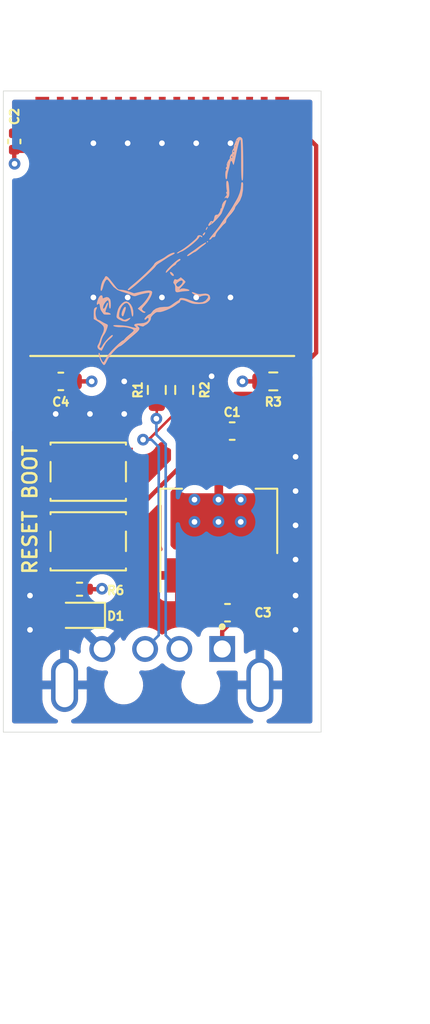
<source format=kicad_pcb>
(kicad_pcb (version 20211014) (generator pcbnew)
  (layers (0 "F.Cu" signal "Front") (1 "In1.Cu" signal) (2 "In2.Cu" signal) (31 "B.Cu" signal "Back") (34 "B.Paste" user) (35 "F.Paste" user) (36 "B.SilkS" user "B.Silkscreen") (37 "F.SilkS" user "F.Silkscreen") (38 "B.Mask" user) (39 "F.Mask" user) (44 "Edge.Cuts" user))
  (net 0 "")
  (net 1 "+3V3")
  (net 2 "GND")
  (net 3 "+5V")
  (net 4 "Net-(D1-Pad2)")
  (net 5 "USB_D+")
  (net 6 "USB_D-")
  (net 7 "/MCU_D-")
  (net 8 "/MCU_D+")
  (net 9 "MCU_EN")
  (net 10 "MCU_BOOT")
  (footprint "Button_Switch_SMD:SW_SPST_PTS810" (layer "F.Cu") (at 152.4 94.234)
    (fp_text reference "SW1" hide)
    (fp_text value "SW_SPST")
    (pad "1" smd rect (at -2.075 -1.075) (size 1.05 0.65) (layers "F.Cu" "F.Paste" "F.Mask") (net 9 "MCU_EN"))
    (pad "1" smd rect (at 2.075 -1.075) (size 1.05 0.65) (layers "F.Cu" "F.Paste" "F.Mask") (net 9 "MCU_EN"))
    (pad "2" smd rect (at -2.075 1.075) (size 1.05 0.65) (layers "F.Cu" "F.Paste" "F.Mask") (net 2 "GND"))
    (pad "2" smd rect (at 2.075 1.075) (size 1.05 0.65) (layers "F.Cu" "F.Paste" "F.Mask") (net 2 "GND"))
  )
  (footprint "Button_Switch_SMD:SW_SPST_PTS810" (layer "F.Cu") (at 152.4 90.17)
    (fp_text reference "SW2" hide)
    (fp_text value "SW_SPST")
    (pad "1" smd rect (at -2.075 -1.075) (size 1.05 0.65) (layers "F.Cu" "F.Paste" "F.Mask") (net 10 "MCU_BOOT"))
    (pad "1" smd rect (at 2.075 -1.075) (size 1.05 0.65) (layers "F.Cu" "F.Paste" "F.Mask") (net 10 "MCU_BOOT"))
    (pad "2" smd rect (at 2.075 1.075) (size 1.05 0.65) (layers "F.Cu" "F.Paste" "F.Mask") (net 2 "GND"))
    (pad "2" smd rect (at -2.075 1.075) (size 1.05 0.65) (layers "F.Cu" "F.Paste" "F.Mask") (net 2 "GND"))
  )
  (footprint "Capacitor_SMD:C_0603_1608Metric" (layer "F.Cu") (at 160.8 87.8)
    (fp_text reference "C1" (at 0 -1.1) (layer "F.SilkS") (effects (font (size 0.5 0.5) (thickness 0.125))))
    (fp_text value "22u")
    (pad "1" smd roundrect (at -0.775 0) (size 0.9 0.95) (layers "F.Cu" "F.Paste" "F.Mask") (net 1 "+3V3"))
    (pad "2" smd roundrect (at 0.775 0) (size 0.9 0.95) (layers "F.Cu" "F.Paste" "F.Mask") (net 2 "GND"))
  )
  (footprint "Resistor_SMD:R_0402_1005Metric" (layer "F.Cu") (at 151.892 97.028 180)
    (fp_text reference "R6" (at -2.108 -0.072) (layer "F.SilkS") (effects (font (size 0.5 0.5) (thickness 0.125))))
    (fp_text value "5k1")
    (pad "1" smd roundrect (at -0.51 0 180) (size 0.54 0.64) (layers "F.Cu" "F.Paste" "F.Mask") (net 1 "+3V3"))
    (pad "2" smd roundrect (at 0.51 0 180) (size 0.54 0.64) (layers "F.Cu" "F.Paste" "F.Mask") (net 4 "Net-(D1-Pad2)"))
  )
  (footprint "Resistor_SMD:R_0603_1608Metric" (layer "F.Cu") (at 158 85.4 -90)
    (fp_text reference "R2" (at 0 -1.2 90) (layer "F.SilkS") (effects (font (size 0.5 0.5) (thickness 0.125))))
    (fp_text value "0")
    (pad "1" smd roundrect (at -0.825 0 270) (size 0.8 0.95) (layers "F.Cu" "F.Paste" "F.Mask") (net 8 "/MCU_D+"))
    (pad "2" smd roundrect (at 0.825 0 270) (size 0.8 0.95) (layers "F.Cu" "F.Paste" "F.Mask") (net 5 "USB_D+"))
  )
  (footprint "Resistor_SMD:R_0603_1608Metric" (layer "F.Cu") (at 156.4 85.4 -90)
    (fp_text reference "R1" (at 0 1.1 90) (layer "F.SilkS") (effects (font (size 0.5 0.5) (thickness 0.125))))
    (fp_text value "0")
    (pad "1" smd roundrect (at -0.825 0 270) (size 0.8 0.95) (layers "F.Cu" "F.Paste" "F.Mask") (net 7 "/MCU_D-"))
    (pad "2" smd roundrect (at 0.825 0 270) (size 0.8 0.95) (layers "F.Cu" "F.Paste" "F.Mask") (net 6 "USB_D-"))
  )
  (footprint "Capacitor_SMD:C_0603_1608Metric" (layer "F.Cu") (at 160.528 98.4 180)
    (fp_text reference "C3" (at -2.072 0 180) (layer "F.SilkS") (effects (font (size 0.5 0.5) (thickness 0.125))))
    (fp_text value "22u")
    (pad "1" smd roundrect (at -0.775 0 180) (size 0.9 0.95) (layers "F.Cu" "F.Paste" "F.Mask") (net 3 "+5V"))
    (pad "2" smd roundrect (at 0.775 0 180) (size 0.9 0.95) (layers "F.Cu" "F.Paste" "F.Mask") (net 2 "GND"))
  )
  (footprint "LED_SMD:LED_0603_1608Metric" (layer "F.Cu") (at 151.892 98.552 180)
    (fp_text reference "D1" (at -2.108 -0.048) (layer "F.SilkS") (effects (font (size 0.5 0.5) (thickness 0.125))))
    (fp_text value "LED")
    (pad "1" smd roundrect (at -0.7875 0 180) (size 0.875 0.95) (layers "F.Cu" "F.Paste" "F.Mask") (net 2 "GND"))
    (pad "2" smd roundrect (at 0.7875 0 180) (size 0.875 0.95) (layers "F.Cu" "F.Paste" "F.Mask") (net 4 "Net-(D1-Pad2)"))
  )
  (footprint "ESP32-S3-MINI-1-N8:XCVR_ESP32-S3-MINI-1-N8" (layer "F.Cu") (at 156.718 75.692)
    (fp_text reference "U2" hide)
    (fp_text value "ESP32-S3-MINI-1-N8")
    (pad "1" smd rect (at -7 -5.95) (size 0.8 0.4) (layers "F.Cu" "F.Paste" "F.Mask") (net 2 "GND"))
    (pad "2" smd rect (at -7 -5.1) (size 0.8 0.4) (layers "F.Cu" "F.Paste" "F.Mask") (net 2 "GND"))
    (pad "3" smd rect (at -7 -4.25) (size 0.8 0.4) (layers "F.Cu" "F.Paste" "F.Mask") (net 1 "+3V3"))
    (pad "4" smd rect (at -7 -3.4) (size 0.8 0.4) (layers "F.Cu" "F.Paste" "F.Mask") (net 10 "MCU_BOOT"))
    (pad "5" smd rect (at -7 -2.55) (size 0.8 0.4) (layers "F.Cu" "F.Paste" "F.Mask"))
    (pad "6" smd rect (at -7 -1.7) (size 0.8 0.4) (layers "F.Cu" "F.Paste" "F.Mask"))
    (pad "7" smd rect (at -7 -0.85) (size 0.8 0.4) (layers "F.Cu" "F.Paste" "F.Mask"))
    (pad "8" smd rect (at -7 0) (size 0.8 0.4) (layers "F.Cu" "F.Paste" "F.Mask"))
    (pad "9" smd rect (at -7 0.85) (size 0.8 0.4) (layers "F.Cu" "F.Paste" "F.Mask"))
    (pad "10" smd rect (at -7 1.7) (size 0.8 0.4) (layers "F.Cu" "F.Paste" "F.Mask"))
    (pad "11" smd rect (at -7 2.55) (size 0.8 0.4) (layers "F.Cu" "F.Paste" "F.Mask"))
    (pad "12" smd rect (at -7 3.4) (size 0.8 0.4) (layers "F.Cu" "F.Paste" "F.Mask"))
    (pad "13" smd rect (at -7 4.25) (size 0.8 0.4) (layers "F.Cu" "F.Paste" "F.Mask"))
    (pad "14" smd rect (at -7 5.1) (size 0.8 0.4) (layers "F.Cu" "F.Paste" "F.Mask"))
    (pad "15" smd rect (at -7 5.95) (size 0.8 0.4) (layers "F.Cu" "F.Paste" "F.Mask"))
    (pad "16" smd rect (at -5.95 7) (size 0.4 0.8) (layers "F.Cu" "F.Paste" "F.Mask"))
    (pad "17" smd rect (at -5.1 7) (size 0.4 0.8) (layers "F.Cu" "F.Paste" "F.Mask"))
    (pad "18" smd rect (at -4.25 7) (size 0.4 0.8) (layers "F.Cu" "F.Paste" "F.Mask"))
    (pad "19" smd rect (at -3.4 7) (size 0.4 0.8) (layers "F.Cu" "F.Paste" "F.Mask"))
    (pad "20" smd rect (at -2.55 7) (size 0.4 0.8) (layers "F.Cu" "F.Paste" "F.Mask"))
    (pad "21" smd rect (at -1.7 7) (size 0.4 0.8) (layers "F.Cu" "F.Paste" "F.Mask"))
    (pad "22" smd rect (at -0.85 7) (size 0.4 0.8) (layers "F.Cu" "F.Paste" "F.Mask"))
    (pad "23" smd rect (at 0 7) (size 0.4 0.8) (layers "F.Cu" "F.Paste" "F.Mask") (net 7 "/MCU_D-"))
    (pad "24" smd rect (at 0.85 7) (size 0.4 0.8) (layers "F.Cu" "F.Paste" "F.Mask") (net 8 "/MCU_D+"))
    (pad "25" smd rect (at 1.7 7) (size 0.4 0.8) (layers "F.Cu" "F.Paste" "F.Mask"))
    (pad "26" smd rect (at 2.55 7) (size 0.4 0.8) (layers "F.Cu" "F.Paste" "F.Mask"))
    (pad "27" smd rect (at 3.4 7) (size 0.4 0.8) (layers "F.Cu" "F.Paste" "F.Mask"))
    (pad "28" smd rect (at 4.25 7) (size 0.4 0.8) (layers "F.Cu" "F.Paste" "F.Mask"))
    (pad "29" smd rect (at 5.1 7) (size 0.4 0.8) (layers "F.Cu" "F.Paste" "F.Mask"))
    (pad "30" smd rect (at 5.95 7) (size 0.4 0.8) (layers "F.Cu" "F.Paste" "F.Mask"))
    (pad "31" smd rect (at 7 5.95) (size 0.8 0.4) (layers "F.Cu" "F.Paste" "F.Mask"))
    (pad "32" smd rect (at 7 5.1) (size 0.8 0.4) (layers "F.Cu" "F.Paste" "F.Mask"))
    (pad "33" smd rect (at 7 4.25) (size 0.8 0.4) (layers "F.Cu" "F.Paste" "F.Mask"))
    (pad "34" smd rect (at 7 3.4) (size 0.8 0.4) (layers "F.Cu" "F.Paste" "F.Mask"))
    (pad "35" smd rect (at 7 2.55) (size 0.8 0.4) (layers "F.Cu" "F.Paste" "F.Mask"))
    (pad "36" smd rect (at 7 1.7) (size 0.8 0.4) (layers "F.Cu" "F.Paste" "F.Mask"))
    (pad "37" smd rect (at 7 0.85) (size 0.8 0.4) (layers "F.Cu" "F.Paste" "F.Mask"))
    (pad "38" smd rect (at 7 0) (size 0.8 0.4) (layers "F.Cu" "F.Paste" "F.Mask"))
    (pad "39" smd rect (at 7 -0.85) (size 0.8 0.4) (layers "F.Cu" "F.Paste" "F.Mask"))
    (pad "40" smd rect (at 7 -1.7) (size 0.8 0.4) (layers "F.Cu" "F.Paste" "F.Mask"))
    (pad "41" smd rect (at 7 -2.55) (size 0.8 0.4) (layers "F.Cu" "F.Paste" "F.Mask"))
    (pad "42" smd rect (at 7 -3.4) (size 0.8 0.4) (layers "F.Cu" "F.Paste" "F.Mask") (net 2 "GND"))
    (pad "43" smd rect (at 7 -4.25) (size 0.8 0.4) (layers "F.Cu" "F.Paste" "F.Mask") (net 2 "GND"))
    (pad "44" smd rect (at 7 -5.1) (size 0.8 0.4) (layers "F.Cu" "F.Paste" "F.Mask"))
    (pad "45" smd rect (at 7 -5.95) (size 0.8 0.4) (layers "F.Cu" "F.Paste" "F.Mask") (net 9 "MCU_EN"))
    (pad "46" smd rect (at 5.95 -7) (size 0.4 0.8) (layers "F.Cu" "F.Paste" "F.Mask") (net 2 "GND"))
    (pad "47" smd rect (at 5.1 -7) (size 0.4 0.8) (layers "F.Cu" "F.Paste" "F.Mask") (net 2 "GND"))
    (pad "48" smd rect (at 4.25 -7) (size 0.4 0.8) (layers "F.Cu" "F.Paste" "F.Mask") (net 2 "GND"))
    (pad "49" smd rect (at 3.4 -7) (size 0.4 0.8) (layers "F.Cu" "F.Paste" "F.Mask") (net 2 "GND"))
    (pad "50" smd rect (at 2.55 -7) (size 0.4 0.8) (layers "F.Cu" "F.Paste" "F.Mask") (net 2 "GND"))
    (pad "51" smd rect (at 1.7 -7) (size 0.4 0.8) (layers "F.Cu" "F.Paste" "F.Mask") (net 2 "GND"))
    (pad "52" smd rect (at 0.85 -7) (size 0.4 0.8) (layers "F.Cu" "F.Paste" "F.Mask") (net 2 "GND"))
    (pad "53" smd rect (at 0 -7) (size 0.4 0.8) (layers "F.Cu" "F.Paste" "F.Mask") (net 2 "GND"))
    (pad "54" smd rect (at -0.85 -7) (size 0.4 0.8) (layers "F.Cu" "F.Paste" "F.Mask") (net 2 "GND"))
    (pad "55" smd rect (at -1.7 -7) (size 0.4 0.8) (layers "F.Cu" "F.Paste" "F.Mask") (net 2 "GND"))
    (pad "56" smd rect (at -2.55 -7) (size 0.4 0.8) (layers "F.Cu" "F.Paste" "F.Mask") (net 2 "GND"))
    (pad "57" smd rect (at -3.4 -7) (size 0.4 0.8) (layers "F.Cu" "F.Paste" "F.Mask") (net 2 "GND"))
    (pad "58" smd rect (at -4.25 -7) (size 0.4 0.8) (layers "F.Cu" "F.Paste" "F.Mask") (net 2 "GND"))
    (pad "59" smd rect (at -5.1 -7) (size 0.4 0.8) (layers "F.Cu" "F.Paste" "F.Mask") (net 2 "GND"))
    (pad "60" smd rect (at -5.95 -7) (size 0.4 0.8) (layers "F.Cu" "F.Paste" "F.Mask") (net 2 "GND"))
    (pad "61" smd rect (at 0 0) (size 1.2 1.2) (layers "F.Cu" "F.Paste" "F.Mask") (net 2 "GND"))
    (pad "61_1" smd custom (at -1.65 -1.65) (size 0.4 0.4) (layers "F.Cu") (net 2 "GND") (options (clearance outline) (anchor rect)) (primitives (gr_poly (pts (xy -0.6 0.6) (xy 0.6 0.6) (xy 0.6 -0.6) (xy 0 -0.6) (xy -0.6 0)) (width 0.01) (fill yes))))
    (pad "61_2" smd rect (at 0 -1.65) (size 1.2 1.2) (layers "F.Cu" "F.Paste" "F.Mask") (net 2 "GND"))
    (pad "61_3" smd rect (at 1.65 -1.65) (size 1.2 1.2) (layers "F.Cu" "F.Paste" "F.Mask") (net 2 "GND"))
    (pad "61_4" smd rect (at 1.65 0) (size 1.2 1.2) (layers "F.Cu" "F.Paste" "F.Mask") (net 2 "GND"))
    (pad "61_5" smd rect (at 1.65 1.65) (size 1.2 1.2) (layers "F.Cu" "F.Paste" "F.Mask") (net 2 "GND"))
    (pad "61_6" smd rect (at 0 1.65) (size 1.2 1.2) (layers "F.Cu" "F.Paste" "F.Mask") (net 2 "GND"))
    (pad "61_7" smd rect (at -1.65 1.65) (size 1.2 1.2) (layers "F.Cu" "F.Paste" "F.Mask") (net 2 "GND"))
    (pad "61_8" smd rect (at -1.65 0) (size 1.2 1.2) (layers "F.Cu" "F.Paste" "F.Mask") (net 2 "GND"))
    (pad "62" smd rect (at -7 -7) (size 0.8 0.8) (layers "F.Cu" "F.Paste" "F.Mask") (net 2 "GND"))
    (pad "63" smd rect (at -7 7) (size 0.8 0.8) (layers "F.Cu" "F.Paste" "F.Mask") (net 2 "GND"))
    (pad "64" smd rect (at 7 7) (size 0.8 0.8) (layers "F.Cu" "F.Paste" "F.Mask") (net 2 "GND"))
    (pad "65" smd rect (at 7 -7) (size 0.8 0.8) (layers "F.Cu" "F.Paste" "F.Mask") (net 2 "GND"))
    (zone (net 0) (net_name "") (layer "F.Cu") (connect_pads (clearance 0)) (min_thickness 0.01)
      (keepout (tracks not_allowed) (vias not_allowed) (pads not_allowed) (copperpour not_allowed) (footprints allowed))
      (fill (thermal_gap 0.508) (thermal_bridge_width 0.508))
      (polygon (pts (xy 149.018 62.917) (xy 164.418 62.917) (xy 164.418 67.967) (xy 149.018 67.967)))
    )
    (zone (net 0) (net_name "") (layer "B.Cu") (connect_pads (clearance 0)) (min_thickness 0.01)
      (keepout (tracks not_allowed) (vias not_allowed) (pads not_allowed) (copperpour not_allowed) (footprints allowed))
      (fill (thermal_gap 0.508) (thermal_bridge_width 0.508))
      (polygon (pts (xy 149.018 62.917) (xy 164.418 62.917) (xy 164.418 67.967) (xy 149.018 67.967)))
    )
  )
  (footprint "Capacitor_SMD:C_0402_1005Metric" (layer "F.Cu") (at 148.082 70.9 90)
    (fp_text reference "C2" (at 1.458 0.018 90) (layer "F.SilkS") (effects (font (size 0.5 0.5) (thickness 0.125))))
    (fp_text value ".1u")
    (pad "1" smd roundrect (at -0.48 0 90) (size 0.56 0.62) (layers "F.Cu" "F.Paste" "F.Mask") (net 1 "+3V3"))
    (pad "2" smd roundrect (at 0.48 0 90) (size 0.56 0.62) (layers "F.Cu" "F.Paste" "F.Mask") (net 2 "GND"))
  )
  (footprint "Package_TO_SOT_SMD:SOT-223-3_TabPin2" (layer "F.Cu") (at 160.02 93.072 90)
    (fp_text reference "U1" hide)
    (fp_text value "AMS1117-3.3")
    (pad "1" smd rect (at -3.15 -2.3 90) (size 2 1.5) (layers "F.Cu" "F.Paste" "F.Mask") (net 2 "GND"))
    (pad "2" smd rect (at 3.15 0 90) (size 2 3.8) (layers "F.Cu" "F.Paste" "F.Mask") (net 1 "+3V3"))
    (pad "2" smd rect (at -3.15 0 90) (size 2 1.5) (layers "F.Cu" "F.Paste" "F.Mask") (net 1 "+3V3"))
    (pad "3" smd rect (at -3.15 2.3 90) (size 2 1.5) (layers "F.Cu" "F.Paste" "F.Mask") (net 3 "+5V"))
  )
  (footprint "Resistor_SMD:R_0603_1608Metric" (layer "F.Cu") (at 163.2 84.9)
    (fp_text reference "R3" (at 0 1.2) (layer "F.SilkS") (effects (font (size 0.5 0.5) (thickness 0.125))))
    (fp_text value "10k")
    (pad "1" smd roundrect (at -0.825 0) (size 0.8 0.95) (layers "F.Cu" "F.Paste" "F.Mask") (net 1 "+3V3"))
    (pad "2" smd roundrect (at 0.825 0) (size 0.8 0.95) (layers "F.Cu" "F.Paste" "F.Mask") (net 9 "MCU_EN"))
  )
  (footprint "48037-0001:MOLEX_48037-0001" (layer "F.Cu") (at 156.718 102.616)
    (fp_text reference "J1" hide)
    (fp_text value "48037-0001")
    (pad "" np_thru_hole circle (at -2.25 0) (size 1.25 1.25) (drill 1.25) (layers *.Cu *.Mask))
    (pad "" np_thru_hole circle (at 2.25 0) (size 1.25 1.25) (drill 1.25) (layers *.Cu *.Mask))
    (pad "1" thru_hole rect (at 3.5 -2.1) (size 1.508 1.508) (drill 1) (layers *.Cu *.Mask) (net 3 "+5V"))
    (pad "2" thru_hole circle (at 1 -2.1) (size 1.508 1.508) (drill 1) (layers *.Cu *.Mask) (net 6 "USB_D-"))
    (pad "3" thru_hole circle (at -1 -2.1) (size 1.508 1.508) (drill 1) (layers *.Cu *.Mask) (net 5 "USB_D+"))
    (pad "4" thru_hole circle (at -3.5 -2.1) (size 1.508 1.508) (drill 1) (layers *.Cu *.Mask) (net 2 "GND"))
    (pad "S1" thru_hole oval (at 5.7 0) (size 1.575 3.15) (drill oval 1.05 2.6) (layers *.Cu *.Mask) (net 2 "GND"))
    (pad "S2" thru_hole oval (at -5.7 0) (size 1.575 3.15) (drill oval 1.05 2.6) (layers *.Cu *.Mask) (net 2 "GND"))
  )
  (footprint "Capacitor_SMD:C_0603_1608Metric" (layer "F.Cu") (at 150.8 84.9 180)
    (fp_text reference "C4" (at 0 -1.2) (layer "F.SilkS") (effects (font (size 0.5 0.5) (thickness 0.125))))
    (fp_text value "22u")
    (pad "1" smd roundrect (at -0.775 0 180) (size 0.9 0.95) (layers "F.Cu" "F.Paste" "F.Mask") (net 1 "+3V3"))
    (pad "2" smd roundrect (at 0.775 0 180) (size 0.9 0.95) (layers "F.Cu" "F.Paste" "F.Mask") (net 2 "GND"))
  )
  (footprint "LOGO" (layer "B.Cu") (at 157.16 76.349669 180)
    (fp_text reference "G***" hide)
    (fp_text value "LOGO" hide)
  )
  (gr_line (start 147.4465 67.95) (end 147.4465 105.37) (layer "Edge.Cuts") (width 0.0381))
  (gr_line (start 147.4465 67.95) (end 165.9895 67.95) (layer "Edge.Cuts") (width 0.0381))
  (gr_line (start 147.4465 105.37) (end 165.9895 105.37) (layer "Edge.Cuts") (width 0.0381))
  (gr_line (start 165.9895 67.95) (end 165.9895 105.37) (layer "Edge.Cuts") (width 0.0381))
  (gr_text "BOOT\n" (at 149 90.2 90) (layer "F.SilkS") (effects (font (size 0.8128 0.8128) (thickness 0.1524))))
  (gr_text "RESET\n" (at 149 94.3 90) (layer "F.SilkS") (effects (font (size 0.8128 0.8128) (thickness 0.1524))))
  (segment (start 162.375 84.9) (end 161.4 84.9) (width 0.254) (layer "F.Cu") (net 1))
  (segment (start 148.144 71.442) (end 148.082 71.38) (width 0.254) (layer "F.Cu") (net 1))
  (segment (start 148.082 72.182) (end 148.1 72.2) (width 0.254) (layer "F.Cu") (net 1))
  (segment (start 152.402 97.028) (end 153.172 97.028) (width 0.254) (layer "F.Cu") (net 1))
  (segment (start 151.575 84.9) (end 152.6 84.9) (width 0.254) (layer "F.Cu") (net 1))
  (segment (start 148.082 71.38) (end 148.082 72.182) (width 0.254) (layer "F.Cu") (net 1))
  (segment (start 149.718 71.442) (end 148.144 71.442) (width 0.254) (layer "F.Cu") (net 1))
  (segment (start 153.172 97.028) (end 153.2 97) (width 0.254) (layer "F.Cu") (net 1))
  (via (at 148.1 72.2) (size 0.6858) (drill 0.3302) (layers "F.Cu" "B.Cu") (net 1))
  (via (at 161.3 91.8) (size 0.6858) (drill 0.3302) (layers "F.Cu" "B.Cu") (net 1))
  (via (at 160 93.1) (size 0.6858) (drill 0.3302) (layers "F.Cu" "B.Cu") (net 1))
  (via (at 161.3 93.1) (size 0.6858) (drill 0.3302) (layers "F.Cu" "B.Cu") (net 1))
  (via (at 153.2 97) (size 0.6858) (drill 0.3302) (layers "F.Cu" "B.Cu") (net 1))
  (via (at 158.6 91.8) (size 0.6858) (drill 0.3302) (layers "F.Cu" "B.Cu") (net 1))
  (via (at 161.4 84.9) (size 0.6858) (drill 0.3302) (layers "F.Cu" "B.Cu") (net 1))
  (via (at 160 91.8) (size 0.6858) (drill 0.3302) (layers "F.Cu" "B.Cu") (net 1))
  (via (at 152.6 84.9) (size 0.6858) (drill 0.3302) (layers "F.Cu" "B.Cu") (net 1))
  (via (at 158.6 93.1) (size 0.6858) (drill 0.3302) (layers "F.Cu" "B.Cu") (net 1))
  (segment (start 155.068 75.692) (end 155.068 74.042) (width 0.508) (layer "F.Cu") (net 2))
  (segment (start 154.475 91.245) (end 150.325 91.245) (width 0.254) (layer "F.Cu") (net 2))
  (segment (start 155.068 74.042) (end 156.718 74.042) (width 0.508) (layer "F.Cu") (net 2))
  (segment (start 150.325 95.309) (end 154.475 95.309) (width 0.254) (layer "F.Cu") (net 2))
  (segment (start 155.068 74.042) (end 153.542 74.042) (width 0.508) (layer "F.Cu") (net 2))
  (segment (start 155.068 74.042) (end 155.068 72.318) (width 0.508) (layer "F.Cu") (net 2))
  (via (at 164.5 97.4) (size 0.6858) (drill 0.3302) (layers "F.Cu" "B.Cu") (net 2))
  (via (at 156.7 80) (size 0.6858) (drill 0.3302) (layers "F.Cu" "B.Cu") (net 2))
  (via (at 154.5 86.8) (size 0.6858) (drill 0.3302) (layers "F.Cu" "B.Cu") (net 2))
  (via (at 159.6 84.6) (size 0.6858) (drill 0.3302) (layers "F.Cu" "B.Cu") (net 2))
  (via (at 152.5 86.8) (size 0.6858) (drill 0.3302) (layers "F.Cu" "B.Cu") (net 2))
  (via (at 149 97.4) (size 0.6858) (drill 0.3302) (layers "F.Cu" "B.Cu") (net 2))
  (via (at 149 99.4) (size 0.6858) (drill 0.3302) (layers "F.Cu" "B.Cu") (net 2))
  (via (at 160.7 80) (size 0.6858) (drill 0.3302) (layers "F.Cu" "B.Cu") (net 2))
  (via (at 154.5 84.9) (size 0.6858) (drill 0.3302) (layers "F.Cu" "B.Cu") (net 2))
  (via (at 156.7 71) (size 0.6858) (drill 0.3302) (layers "F.Cu" "B.Cu") (net 2))
  (via (at 158.7 80) (size 0.6858) (drill 0.3302) (layers "F.Cu" "B.Cu") (net 2))
  (via (at 164.5 99.4) (size 0.6858) (drill 0.3302) (layers "F.Cu" "B.Cu") (net 2))
  (via (at 160.7 71) (size 0.6858) (drill 0.3302) (layers "F.Cu" "B.Cu") (net 2))
  (via (at 164.5 91.3) (size 0.6858) (drill 0.3302) (layers "F.Cu" "B.Cu") (net 2))
  (via (at 152.7 80) (size 0.6858) (drill 0.3302) (layers "F.Cu" "B.Cu") (net 2))
  (via (at 152.7 71) (size 0.6858) (drill 0.3302) (layers "F.Cu" "B.Cu") (net 2))
  (via (at 158.7 71) (size 0.6858) (drill 0.3302) (layers "F.Cu" "B.Cu") (net 2))
  (via (at 154.7 80) (size 0.6858) (drill 0.3302) (layers "F.Cu" "B.Cu") (net 2))
  (via (at 164.5 89.3) (size 0.6858) (drill 0.3302) (layers "F.Cu" "B.Cu") (net 2))
  (via (at 164.5 93.3) (size 0.6858) (drill 0.3302) (layers "F.Cu" "B.Cu") (net 2))
  (via (at 164.5 95.3) (size 0.6858) (drill 0.3302) (layers "F.Cu" "B.Cu") (net 2))
  (via (at 150.5 86.8) (size 0.6858) (drill 0.3302) (layers "F.Cu" "B.Cu") (net 2))
  (via (at 154.7 71) (size 0.6858) (drill 0.3302) (layers "F.Cu" "B.Cu") (net 2))
  (segment (start 160.218 100.516) (end 160.218 99.485) (width 0.254) (layer "F.Cu") (net 3))
  (segment (start 162.32 97.383) (end 161.303 98.4) (width 0.254) (layer "F.Cu") (net 3))
  (segment (start 160.218 99.485) (end 161.303 98.4) (width 0.254) (layer "F.Cu") (net 3))
  (segment (start 162.32 96.222) (end 162.32 97.383) (width 0.254) (layer "F.Cu") (net 3))
  (segment (start 151.1045 98.552) (end 151.1045 97.3055) (width 0.254) (layer "F.Cu") (net 4))
  (segment (start 151.1045 97.3055) (end 151.382 97.028) (width 0.254) (layer "F.Cu") (net 4))
  (segment (start 155.6 88.3) (end 155.925 88.3) (width 0.1524) (layer "F.Cu") (net 5))
  (segment (start 155.925 88.3) (end 158 86.225) (width 0.1524) (layer "F.Cu") (net 5))
  (via (at 155.6 88.3) (size 0.6858) (drill 0.3302) (layers "F.Cu" "B.Cu") (net 5))
  (segment (start 156.514799 88.725466) (end 156.514799 99.719201) (width 0.1524) (layer "B.Cu") (net 5))
  (segment (start 156.089333 88.3) (end 156.514799 88.725466) (width 0.1524) (layer "B.Cu") (net 5))
  (segment (start 155.6 88.3) (end 156.089333 88.3) (width 0.1524) (layer "B.Cu") (net 5))
  (segment (start 156.514799 99.719201) (end 155.718 100.516) (width 0.1524) (layer "B.Cu") (net 5))
  (segment (start 156.4 87.053404) (end 156.4 86.225) (width 0.1524) (layer "F.Cu") (net 6))
  (segment (start 156.376702 87.076702) (end 156.4 87.053404) (width 0.1524) (layer "F.Cu") (net 6))
  (via (at 156.376702 87.076702) (size 0.6858) (drill 0.3302) (layers "F.Cu" "B.Cu") (net 6))
  (segment (start 156.376702 88.012631) (end 156.921201 88.55713) (width 0.1524) (layer "B.Cu") (net 6))
  (segment (start 156.921201 99.719201) (end 157.718 100.516) (width 0.1524) (layer "B.Cu") (net 6))
  (segment (start 156.921201 88.55713) (end 156.921201 99.719201) (width 0.1524) (layer "B.Cu") (net 6))
  (segment (start 156.376702 87.076702) (end 156.376702 88.012631) (width 0.1524) (layer "B.Cu") (net 6))
  (segment (start 156.718 84.257) (end 156.4 84.575) (width 0.1524) (layer "F.Cu") (net 7))
  (segment (start 156.718 82.692) (end 156.718 84.257) (width 0.1524) (layer "F.Cu") (net 7))
  (segment (start 157.568 82.692) (end 157.568 84.143) (width 0.1524) (layer "F.Cu") (net 8))
  (segment (start 157.568 84.143) (end 158 84.575) (width 0.1524) (layer "F.Cu") (net 8))
  (segment (start 150.325 93.159) (end 154.475 93.159) (width 0.254) (layer "F.Cu") (net 9))
  (segment (start 164.2945 69.742) (end 165.7 71.1475) (width 0.254) (layer "F.Cu") (net 9))
  (segment (start 157.866 89.768) (end 157.866 88.734) (width 0.254) (layer "F.Cu") (net 9))
  (segment (start 154.475 93.159) (end 157.866 89.768) (width 0.254) (layer "F.Cu") (net 9))
  (segment (start 160.971 85.629) (end 163.296 85.629) (width 0.254) (layer "F.Cu") (net 9))
  (segment (start 165.7 71.1475) (end 165.7 83.225) (width 0.254) (layer "F.Cu") (net 9))
  (segment (start 163.718 69.742) (end 164.2945 69.742) (width 0.254) (layer "F.Cu") (net 9))
  (segment (start 157.866 88.734) (end 160.971 85.629) (width 0.254) (layer "F.Cu") (net 9))
  (segment (start 165.7 83.225) (end 164.025 84.9) (width 0.254) (layer "F.Cu") (net 9))
  (segment (start 163.296 85.629) (end 164.025 84.9) (width 0.254) (layer "F.Cu") (net 9))
  (segment (start 150.325 89.095) (end 154.475 89.095) (width 0.254) (layer "F.Cu") (net 10))
  (segment (start 149.718 72.292) (end 149.46 72.292) (width 0.254) (layer "F.Cu") (net 10))
  (segment (start 149.46 72.292) (end 148.8 72.952) (width 0.254) (layer "F.Cu") (net 10))
  (segment (start 148.8 87.57) (end 150.325 89.095) (width 0.254) (layer "F.Cu") (net 10))
  (segment (start 148.8 72.952) (end 148.8 87.57) (width 0.254) (layer "F.Cu") (net 10))
  (zone (net 2) (net_name "GND") (layers "F.Cu" "In1.Cu" "B.Cu") (connect_pads (clearance 0.508)) (min_thickness 0.254) (fill yes (thermal_gap 0.508) (thermal_bridge_width 0.508))
    (polygon (pts (xy 166.25 105.75) (xy 147.25 105.75) (xy 147.25 67.75) (xy 166.25 67.75)))
  )
  (zone (net 1) (net_name "+3V3") (layer "F.Cu") (priority 1) (connect_pads (clearance 0.508)) (min_thickness 0.254) (fill yes (thermal_gap 0.508) (thermal_bridge_width 0.508))
    (polygon (pts (xy 162.9 94.5) (xy 161.1 96.2) (xy 161.1 97.9) (xy 158.9 97.9) (xy 158.9 96.2) (xy 157.2 94.5) (xy 157.2 87.9) (xy 162.9 87.9)))
  )
)
</source>
